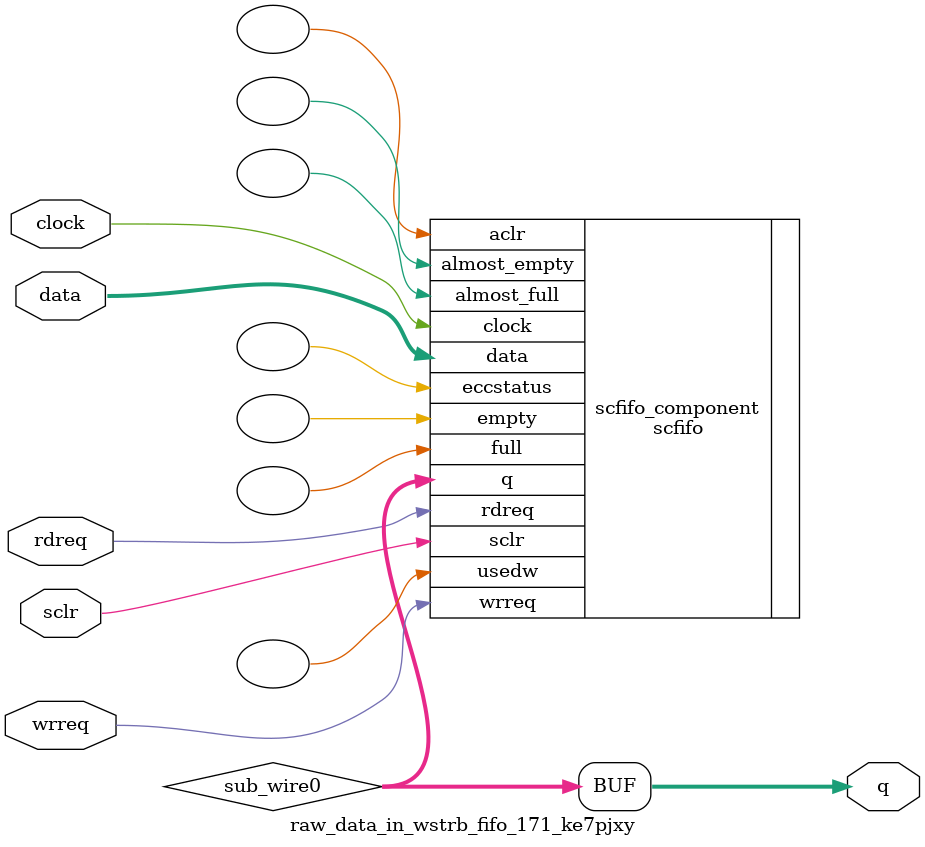
<source format=v>



`timescale 1 ps / 1 ps
// synopsys translate_on
module  raw_data_in_wstrb_fifo_171_ke7pjxy  (
    clock,
    data,
    rdreq,
    sclr,
    wrreq,
    q);

    input    clock;
    input  [3:0]  data;
    input    rdreq;
    input    sclr;
    input    wrreq;
    output [3:0]  q;

    wire [3:0] sub_wire0;
    wire [3:0] q = sub_wire0[3:0];

    scfifo  scfifo_component (
                .clock (clock),
                .data (data),
                .rdreq (rdreq),
                .sclr (sclr),
                .wrreq (wrreq),
                .q (sub_wire0),
                .aclr (),
                .almost_empty (),
                .almost_full (),
                .eccstatus (),
                .empty (),
                .full (),
                .usedw ());
    defparam
        scfifo_component.add_ram_output_register  = "ON",
        scfifo_component.enable_ecc  = "FALSE",
        scfifo_component.intended_device_family  = "Arria 10",
        scfifo_component.lpm_numwords  = 1024,
        scfifo_component.lpm_showahead  = "OFF",
        scfifo_component.lpm_type  = "scfifo",
        scfifo_component.lpm_width  = 4,
        scfifo_component.lpm_widthu  = 10,
        scfifo_component.overflow_checking  = "ON",
        scfifo_component.underflow_checking  = "ON",
        scfifo_component.use_eab  = "ON";


endmodule



</source>
